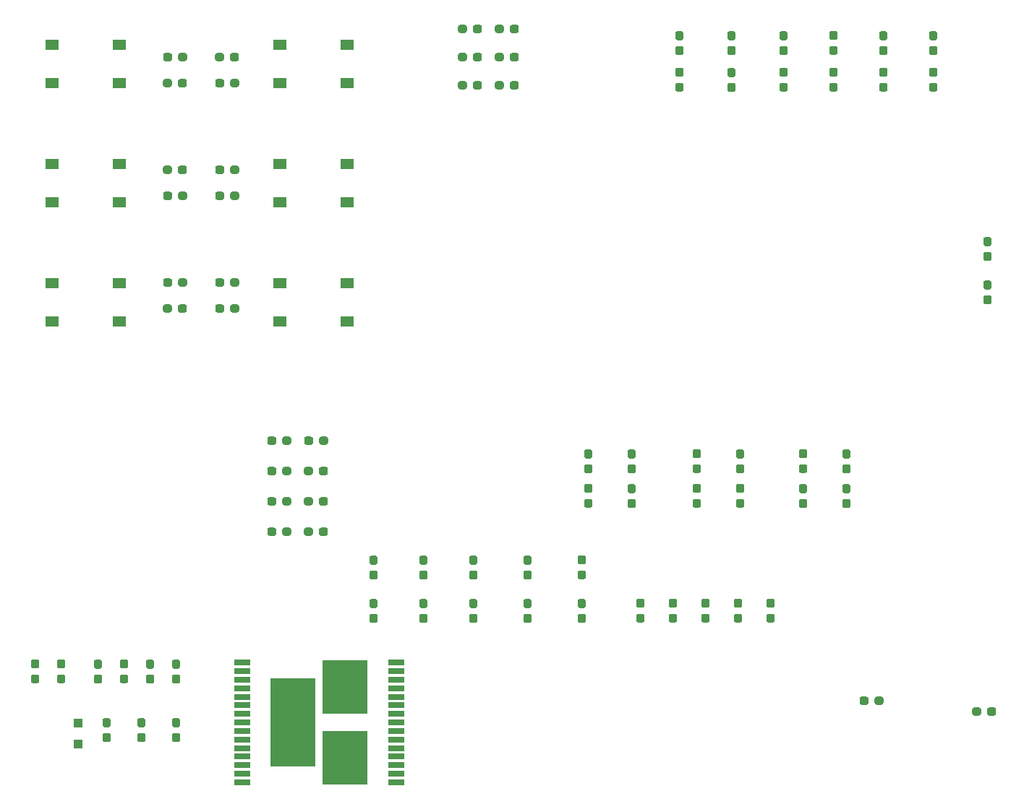
<source format=gbr>
%TF.GenerationSoftware,KiCad,Pcbnew,(5.1.6)-1*%
%TF.CreationDate,2020-11-24T13:28:34-06:00*%
%TF.ProjectId,Armboard,41726d62-6f61-4726-942e-6b696361645f,rev?*%
%TF.SameCoordinates,Original*%
%TF.FileFunction,Paste,Top*%
%TF.FilePolarity,Positive*%
%FSLAX46Y46*%
G04 Gerber Fmt 4.6, Leading zero omitted, Abs format (unit mm)*
G04 Created by KiCad (PCBNEW (5.1.6)-1) date 2020-11-24 13:28:34*
%MOMM*%
%LPD*%
G01*
G04 APERTURE LIST*
%ADD10R,1.550000X1.300000*%
%ADD11R,5.257800X6.223000*%
%ADD12R,5.257800X10.312400*%
%ADD13R,1.854200X0.635000*%
%ADD14R,1.000000X1.000000*%
G04 APERTURE END LIST*
%TO.C,C3*%
G36*
G01*
X179115000Y-124222500D02*
X179115000Y-124697500D01*
G75*
G02*
X178877500Y-124935000I-237500J0D01*
G01*
X178302500Y-124935000D01*
G75*
G02*
X178065000Y-124697500I0J237500D01*
G01*
X178065000Y-124222500D01*
G75*
G02*
X178302500Y-123985000I237500J0D01*
G01*
X178877500Y-123985000D01*
G75*
G02*
X179115000Y-124222500I0J-237500D01*
G01*
G37*
G36*
G01*
X180865000Y-124222500D02*
X180865000Y-124697500D01*
G75*
G02*
X180627500Y-124935000I-237500J0D01*
G01*
X180052500Y-124935000D01*
G75*
G02*
X179815000Y-124697500I0J237500D01*
G01*
X179815000Y-124222500D01*
G75*
G02*
X180052500Y-123985000I237500J0D01*
G01*
X180627500Y-123985000D01*
G75*
G02*
X180865000Y-124222500I0J-237500D01*
G01*
G37*
%TD*%
%TO.C,C2*%
G36*
G01*
X192995000Y-125967500D02*
X192995000Y-125492500D01*
G75*
G02*
X193232500Y-125255000I237500J0D01*
G01*
X193807500Y-125255000D01*
G75*
G02*
X194045000Y-125492500I0J-237500D01*
G01*
X194045000Y-125967500D01*
G75*
G02*
X193807500Y-126205000I-237500J0D01*
G01*
X193232500Y-126205000D01*
G75*
G02*
X192995000Y-125967500I0J237500D01*
G01*
G37*
G36*
G01*
X191245000Y-125967500D02*
X191245000Y-125492500D01*
G75*
G02*
X191482500Y-125255000I237500J0D01*
G01*
X192057500Y-125255000D01*
G75*
G02*
X192295000Y-125492500I0J-237500D01*
G01*
X192295000Y-125967500D01*
G75*
G02*
X192057500Y-126205000I-237500J0D01*
G01*
X191482500Y-126205000D01*
G75*
G02*
X191245000Y-125967500I0J237500D01*
G01*
G37*
%TD*%
D10*
%TO.C,SW6*%
X118110000Y-80010000D03*
X118110000Y-75510000D03*
X110160000Y-75510000D03*
X110160000Y-80010000D03*
%TD*%
%TO.C,SW5*%
X118110000Y-66040000D03*
X118110000Y-61540000D03*
X110160000Y-61540000D03*
X110160000Y-66040000D03*
%TD*%
%TO.C,SW4*%
X118110000Y-52070000D03*
X118110000Y-47570000D03*
X110160000Y-47570000D03*
X110160000Y-52070000D03*
%TD*%
%TO.C,SW3*%
X91440000Y-80010000D03*
X91440000Y-75510000D03*
X83490000Y-75510000D03*
X83490000Y-80010000D03*
%TD*%
%TO.C,SW2*%
X91440000Y-66040000D03*
X91440000Y-61540000D03*
X83490000Y-61540000D03*
X83490000Y-66040000D03*
%TD*%
%TO.C,SW1*%
X91440000Y-52070000D03*
X91440000Y-47570000D03*
X83490000Y-47570000D03*
X83490000Y-52070000D03*
%TD*%
%TO.C,R39*%
G36*
G01*
X151146500Y-96757000D02*
X151621500Y-96757000D01*
G75*
G02*
X151859000Y-96994500I0J-237500D01*
G01*
X151859000Y-97569500D01*
G75*
G02*
X151621500Y-97807000I-237500J0D01*
G01*
X151146500Y-97807000D01*
G75*
G02*
X150909000Y-97569500I0J237500D01*
G01*
X150909000Y-96994500D01*
G75*
G02*
X151146500Y-96757000I237500J0D01*
G01*
G37*
G36*
G01*
X151146500Y-95007000D02*
X151621500Y-95007000D01*
G75*
G02*
X151859000Y-95244500I0J-237500D01*
G01*
X151859000Y-95819500D01*
G75*
G02*
X151621500Y-96057000I-237500J0D01*
G01*
X151146500Y-96057000D01*
G75*
G02*
X150909000Y-95819500I0J237500D01*
G01*
X150909000Y-95244500D01*
G75*
G02*
X151146500Y-95007000I237500J0D01*
G01*
G37*
%TD*%
%TO.C,R38*%
G36*
G01*
X146541500Y-96057000D02*
X146066500Y-96057000D01*
G75*
G02*
X145829000Y-95819500I0J237500D01*
G01*
X145829000Y-95244500D01*
G75*
G02*
X146066500Y-95007000I237500J0D01*
G01*
X146541500Y-95007000D01*
G75*
G02*
X146779000Y-95244500I0J-237500D01*
G01*
X146779000Y-95819500D01*
G75*
G02*
X146541500Y-96057000I-237500J0D01*
G01*
G37*
G36*
G01*
X146541500Y-97807000D02*
X146066500Y-97807000D01*
G75*
G02*
X145829000Y-97569500I0J237500D01*
G01*
X145829000Y-96994500D01*
G75*
G02*
X146066500Y-96757000I237500J0D01*
G01*
X146541500Y-96757000D01*
G75*
G02*
X146779000Y-96994500I0J-237500D01*
G01*
X146779000Y-97569500D01*
G75*
G02*
X146541500Y-97807000I-237500J0D01*
G01*
G37*
%TD*%
%TO.C,R37*%
G36*
G01*
X163846500Y-96757000D02*
X164321500Y-96757000D01*
G75*
G02*
X164559000Y-96994500I0J-237500D01*
G01*
X164559000Y-97569500D01*
G75*
G02*
X164321500Y-97807000I-237500J0D01*
G01*
X163846500Y-97807000D01*
G75*
G02*
X163609000Y-97569500I0J237500D01*
G01*
X163609000Y-96994500D01*
G75*
G02*
X163846500Y-96757000I237500J0D01*
G01*
G37*
G36*
G01*
X163846500Y-95007000D02*
X164321500Y-95007000D01*
G75*
G02*
X164559000Y-95244500I0J-237500D01*
G01*
X164559000Y-95819500D01*
G75*
G02*
X164321500Y-96057000I-237500J0D01*
G01*
X163846500Y-96057000D01*
G75*
G02*
X163609000Y-95819500I0J237500D01*
G01*
X163609000Y-95244500D01*
G75*
G02*
X163846500Y-95007000I237500J0D01*
G01*
G37*
%TD*%
%TO.C,R36*%
G36*
G01*
X159241500Y-96029000D02*
X158766500Y-96029000D01*
G75*
G02*
X158529000Y-95791500I0J237500D01*
G01*
X158529000Y-95216500D01*
G75*
G02*
X158766500Y-94979000I237500J0D01*
G01*
X159241500Y-94979000D01*
G75*
G02*
X159479000Y-95216500I0J-237500D01*
G01*
X159479000Y-95791500D01*
G75*
G02*
X159241500Y-96029000I-237500J0D01*
G01*
G37*
G36*
G01*
X159241500Y-97779000D02*
X158766500Y-97779000D01*
G75*
G02*
X158529000Y-97541500I0J237500D01*
G01*
X158529000Y-96966500D01*
G75*
G02*
X158766500Y-96729000I237500J0D01*
G01*
X159241500Y-96729000D01*
G75*
G02*
X159479000Y-96966500I0J-237500D01*
G01*
X159479000Y-97541500D01*
G75*
G02*
X159241500Y-97779000I-237500J0D01*
G01*
G37*
%TD*%
%TO.C,R35*%
G36*
G01*
X176292500Y-96757000D02*
X176767500Y-96757000D01*
G75*
G02*
X177005000Y-96994500I0J-237500D01*
G01*
X177005000Y-97569500D01*
G75*
G02*
X176767500Y-97807000I-237500J0D01*
G01*
X176292500Y-97807000D01*
G75*
G02*
X176055000Y-97569500I0J237500D01*
G01*
X176055000Y-96994500D01*
G75*
G02*
X176292500Y-96757000I237500J0D01*
G01*
G37*
G36*
G01*
X176292500Y-95007000D02*
X176767500Y-95007000D01*
G75*
G02*
X177005000Y-95244500I0J-237500D01*
G01*
X177005000Y-95819500D01*
G75*
G02*
X176767500Y-96057000I-237500J0D01*
G01*
X176292500Y-96057000D01*
G75*
G02*
X176055000Y-95819500I0J237500D01*
G01*
X176055000Y-95244500D01*
G75*
G02*
X176292500Y-95007000I237500J0D01*
G01*
G37*
%TD*%
%TO.C,R34*%
G36*
G01*
X171687500Y-96029000D02*
X171212500Y-96029000D01*
G75*
G02*
X170975000Y-95791500I0J237500D01*
G01*
X170975000Y-95216500D01*
G75*
G02*
X171212500Y-94979000I237500J0D01*
G01*
X171687500Y-94979000D01*
G75*
G02*
X171925000Y-95216500I0J-237500D01*
G01*
X171925000Y-95791500D01*
G75*
G02*
X171687500Y-96029000I-237500J0D01*
G01*
G37*
G36*
G01*
X171687500Y-97779000D02*
X171212500Y-97779000D01*
G75*
G02*
X170975000Y-97541500I0J237500D01*
G01*
X170975000Y-96966500D01*
G75*
G02*
X171212500Y-96729000I237500J0D01*
G01*
X171687500Y-96729000D01*
G75*
G02*
X171925000Y-96966500I0J-237500D01*
G01*
X171925000Y-97541500D01*
G75*
G02*
X171687500Y-97779000I-237500J0D01*
G01*
G37*
%TD*%
%TO.C,R33*%
G36*
G01*
X110473000Y-104885500D02*
X110473000Y-104410500D01*
G75*
G02*
X110710500Y-104173000I237500J0D01*
G01*
X111285500Y-104173000D01*
G75*
G02*
X111523000Y-104410500I0J-237500D01*
G01*
X111523000Y-104885500D01*
G75*
G02*
X111285500Y-105123000I-237500J0D01*
G01*
X110710500Y-105123000D01*
G75*
G02*
X110473000Y-104885500I0J237500D01*
G01*
G37*
G36*
G01*
X108723000Y-104885500D02*
X108723000Y-104410500D01*
G75*
G02*
X108960500Y-104173000I237500J0D01*
G01*
X109535500Y-104173000D01*
G75*
G02*
X109773000Y-104410500I0J-237500D01*
G01*
X109773000Y-104885500D01*
G75*
G02*
X109535500Y-105123000I-237500J0D01*
G01*
X108960500Y-105123000D01*
G75*
G02*
X108723000Y-104885500I0J237500D01*
G01*
G37*
%TD*%
%TO.C,R32*%
G36*
G01*
X110473000Y-101329500D02*
X110473000Y-100854500D01*
G75*
G02*
X110710500Y-100617000I237500J0D01*
G01*
X111285500Y-100617000D01*
G75*
G02*
X111523000Y-100854500I0J-237500D01*
G01*
X111523000Y-101329500D01*
G75*
G02*
X111285500Y-101567000I-237500J0D01*
G01*
X110710500Y-101567000D01*
G75*
G02*
X110473000Y-101329500I0J237500D01*
G01*
G37*
G36*
G01*
X108723000Y-101329500D02*
X108723000Y-100854500D01*
G75*
G02*
X108960500Y-100617000I237500J0D01*
G01*
X109535500Y-100617000D01*
G75*
G02*
X109773000Y-100854500I0J-237500D01*
G01*
X109773000Y-101329500D01*
G75*
G02*
X109535500Y-101567000I-237500J0D01*
G01*
X108960500Y-101567000D01*
G75*
G02*
X108723000Y-101329500I0J237500D01*
G01*
G37*
%TD*%
%TO.C,R31*%
G36*
G01*
X110473000Y-97773500D02*
X110473000Y-97298500D01*
G75*
G02*
X110710500Y-97061000I237500J0D01*
G01*
X111285500Y-97061000D01*
G75*
G02*
X111523000Y-97298500I0J-237500D01*
G01*
X111523000Y-97773500D01*
G75*
G02*
X111285500Y-98011000I-237500J0D01*
G01*
X110710500Y-98011000D01*
G75*
G02*
X110473000Y-97773500I0J237500D01*
G01*
G37*
G36*
G01*
X108723000Y-97773500D02*
X108723000Y-97298500D01*
G75*
G02*
X108960500Y-97061000I237500J0D01*
G01*
X109535500Y-97061000D01*
G75*
G02*
X109773000Y-97298500I0J-237500D01*
G01*
X109773000Y-97773500D01*
G75*
G02*
X109535500Y-98011000I-237500J0D01*
G01*
X108960500Y-98011000D01*
G75*
G02*
X108723000Y-97773500I0J237500D01*
G01*
G37*
%TD*%
%TO.C,R30*%
G36*
G01*
X110473000Y-94217500D02*
X110473000Y-93742500D01*
G75*
G02*
X110710500Y-93505000I237500J0D01*
G01*
X111285500Y-93505000D01*
G75*
G02*
X111523000Y-93742500I0J-237500D01*
G01*
X111523000Y-94217500D01*
G75*
G02*
X111285500Y-94455000I-237500J0D01*
G01*
X110710500Y-94455000D01*
G75*
G02*
X110473000Y-94217500I0J237500D01*
G01*
G37*
G36*
G01*
X108723000Y-94217500D02*
X108723000Y-93742500D01*
G75*
G02*
X108960500Y-93505000I237500J0D01*
G01*
X109535500Y-93505000D01*
G75*
G02*
X109773000Y-93742500I0J-237500D01*
G01*
X109773000Y-94217500D01*
G75*
G02*
X109535500Y-94455000I-237500J0D01*
G01*
X108960500Y-94455000D01*
G75*
G02*
X108723000Y-94217500I0J237500D01*
G01*
G37*
%TD*%
%TO.C,R29*%
G36*
G01*
X104377000Y-78723500D02*
X104377000Y-78248500D01*
G75*
G02*
X104614500Y-78011000I237500J0D01*
G01*
X105189500Y-78011000D01*
G75*
G02*
X105427000Y-78248500I0J-237500D01*
G01*
X105427000Y-78723500D01*
G75*
G02*
X105189500Y-78961000I-237500J0D01*
G01*
X104614500Y-78961000D01*
G75*
G02*
X104377000Y-78723500I0J237500D01*
G01*
G37*
G36*
G01*
X102627000Y-78723500D02*
X102627000Y-78248500D01*
G75*
G02*
X102864500Y-78011000I237500J0D01*
G01*
X103439500Y-78011000D01*
G75*
G02*
X103677000Y-78248500I0J-237500D01*
G01*
X103677000Y-78723500D01*
G75*
G02*
X103439500Y-78961000I-237500J0D01*
G01*
X102864500Y-78961000D01*
G75*
G02*
X102627000Y-78723500I0J237500D01*
G01*
G37*
%TD*%
%TO.C,R28*%
G36*
G01*
X104377000Y-65515500D02*
X104377000Y-65040500D01*
G75*
G02*
X104614500Y-64803000I237500J0D01*
G01*
X105189500Y-64803000D01*
G75*
G02*
X105427000Y-65040500I0J-237500D01*
G01*
X105427000Y-65515500D01*
G75*
G02*
X105189500Y-65753000I-237500J0D01*
G01*
X104614500Y-65753000D01*
G75*
G02*
X104377000Y-65515500I0J237500D01*
G01*
G37*
G36*
G01*
X102627000Y-65515500D02*
X102627000Y-65040500D01*
G75*
G02*
X102864500Y-64803000I237500J0D01*
G01*
X103439500Y-64803000D01*
G75*
G02*
X103677000Y-65040500I0J-237500D01*
G01*
X103677000Y-65515500D01*
G75*
G02*
X103439500Y-65753000I-237500J0D01*
G01*
X102864500Y-65753000D01*
G75*
G02*
X102627000Y-65515500I0J237500D01*
G01*
G37*
%TD*%
%TO.C,R27*%
G36*
G01*
X104377000Y-52307500D02*
X104377000Y-51832500D01*
G75*
G02*
X104614500Y-51595000I237500J0D01*
G01*
X105189500Y-51595000D01*
G75*
G02*
X105427000Y-51832500I0J-237500D01*
G01*
X105427000Y-52307500D01*
G75*
G02*
X105189500Y-52545000I-237500J0D01*
G01*
X104614500Y-52545000D01*
G75*
G02*
X104377000Y-52307500I0J237500D01*
G01*
G37*
G36*
G01*
X102627000Y-52307500D02*
X102627000Y-51832500D01*
G75*
G02*
X102864500Y-51595000I237500J0D01*
G01*
X103439500Y-51595000D01*
G75*
G02*
X103677000Y-51832500I0J-237500D01*
G01*
X103677000Y-52307500D01*
G75*
G02*
X103439500Y-52545000I-237500J0D01*
G01*
X102864500Y-52545000D01*
G75*
G02*
X102627000Y-52307500I0J237500D01*
G01*
G37*
%TD*%
%TO.C,R26*%
G36*
G01*
X97553000Y-78248500D02*
X97553000Y-78723500D01*
G75*
G02*
X97315500Y-78961000I-237500J0D01*
G01*
X96740500Y-78961000D01*
G75*
G02*
X96503000Y-78723500I0J237500D01*
G01*
X96503000Y-78248500D01*
G75*
G02*
X96740500Y-78011000I237500J0D01*
G01*
X97315500Y-78011000D01*
G75*
G02*
X97553000Y-78248500I0J-237500D01*
G01*
G37*
G36*
G01*
X99303000Y-78248500D02*
X99303000Y-78723500D01*
G75*
G02*
X99065500Y-78961000I-237500J0D01*
G01*
X98490500Y-78961000D01*
G75*
G02*
X98253000Y-78723500I0J237500D01*
G01*
X98253000Y-78248500D01*
G75*
G02*
X98490500Y-78011000I237500J0D01*
G01*
X99065500Y-78011000D01*
G75*
G02*
X99303000Y-78248500I0J-237500D01*
G01*
G37*
%TD*%
%TO.C,R25*%
G36*
G01*
X97581000Y-65040500D02*
X97581000Y-65515500D01*
G75*
G02*
X97343500Y-65753000I-237500J0D01*
G01*
X96768500Y-65753000D01*
G75*
G02*
X96531000Y-65515500I0J237500D01*
G01*
X96531000Y-65040500D01*
G75*
G02*
X96768500Y-64803000I237500J0D01*
G01*
X97343500Y-64803000D01*
G75*
G02*
X97581000Y-65040500I0J-237500D01*
G01*
G37*
G36*
G01*
X99331000Y-65040500D02*
X99331000Y-65515500D01*
G75*
G02*
X99093500Y-65753000I-237500J0D01*
G01*
X98518500Y-65753000D01*
G75*
G02*
X98281000Y-65515500I0J237500D01*
G01*
X98281000Y-65040500D01*
G75*
G02*
X98518500Y-64803000I237500J0D01*
G01*
X99093500Y-64803000D01*
G75*
G02*
X99331000Y-65040500I0J-237500D01*
G01*
G37*
%TD*%
%TO.C,R24*%
G36*
G01*
X97553000Y-51832500D02*
X97553000Y-52307500D01*
G75*
G02*
X97315500Y-52545000I-237500J0D01*
G01*
X96740500Y-52545000D01*
G75*
G02*
X96503000Y-52307500I0J237500D01*
G01*
X96503000Y-51832500D01*
G75*
G02*
X96740500Y-51595000I237500J0D01*
G01*
X97315500Y-51595000D01*
G75*
G02*
X97553000Y-51832500I0J-237500D01*
G01*
G37*
G36*
G01*
X99303000Y-51832500D02*
X99303000Y-52307500D01*
G75*
G02*
X99065500Y-52545000I-237500J0D01*
G01*
X98490500Y-52545000D01*
G75*
G02*
X98253000Y-52307500I0J237500D01*
G01*
X98253000Y-51832500D01*
G75*
G02*
X98490500Y-51595000I237500J0D01*
G01*
X99065500Y-51595000D01*
G75*
G02*
X99303000Y-51832500I0J-237500D01*
G01*
G37*
%TD*%
%TO.C,R23*%
G36*
G01*
X132097000Y-52086500D02*
X132097000Y-52561500D01*
G75*
G02*
X131859500Y-52799000I-237500J0D01*
G01*
X131284500Y-52799000D01*
G75*
G02*
X131047000Y-52561500I0J237500D01*
G01*
X131047000Y-52086500D01*
G75*
G02*
X131284500Y-51849000I237500J0D01*
G01*
X131859500Y-51849000D01*
G75*
G02*
X132097000Y-52086500I0J-237500D01*
G01*
G37*
G36*
G01*
X133847000Y-52086500D02*
X133847000Y-52561500D01*
G75*
G02*
X133609500Y-52799000I-237500J0D01*
G01*
X133034500Y-52799000D01*
G75*
G02*
X132797000Y-52561500I0J237500D01*
G01*
X132797000Y-52086500D01*
G75*
G02*
X133034500Y-51849000I237500J0D01*
G01*
X133609500Y-51849000D01*
G75*
G02*
X133847000Y-52086500I0J-237500D01*
G01*
G37*
%TD*%
%TO.C,R22*%
G36*
G01*
X132097000Y-48784500D02*
X132097000Y-49259500D01*
G75*
G02*
X131859500Y-49497000I-237500J0D01*
G01*
X131284500Y-49497000D01*
G75*
G02*
X131047000Y-49259500I0J237500D01*
G01*
X131047000Y-48784500D01*
G75*
G02*
X131284500Y-48547000I237500J0D01*
G01*
X131859500Y-48547000D01*
G75*
G02*
X132097000Y-48784500I0J-237500D01*
G01*
G37*
G36*
G01*
X133847000Y-48784500D02*
X133847000Y-49259500D01*
G75*
G02*
X133609500Y-49497000I-237500J0D01*
G01*
X133034500Y-49497000D01*
G75*
G02*
X132797000Y-49259500I0J237500D01*
G01*
X132797000Y-48784500D01*
G75*
G02*
X133034500Y-48547000I237500J0D01*
G01*
X133609500Y-48547000D01*
G75*
G02*
X133847000Y-48784500I0J-237500D01*
G01*
G37*
%TD*%
%TO.C,R21*%
G36*
G01*
X132097000Y-45482500D02*
X132097000Y-45957500D01*
G75*
G02*
X131859500Y-46195000I-237500J0D01*
G01*
X131284500Y-46195000D01*
G75*
G02*
X131047000Y-45957500I0J237500D01*
G01*
X131047000Y-45482500D01*
G75*
G02*
X131284500Y-45245000I237500J0D01*
G01*
X131859500Y-45245000D01*
G75*
G02*
X132097000Y-45482500I0J-237500D01*
G01*
G37*
G36*
G01*
X133847000Y-45482500D02*
X133847000Y-45957500D01*
G75*
G02*
X133609500Y-46195000I-237500J0D01*
G01*
X133034500Y-46195000D01*
G75*
G02*
X132797000Y-45957500I0J237500D01*
G01*
X132797000Y-45482500D01*
G75*
G02*
X133034500Y-45245000I237500J0D01*
G01*
X133609500Y-45245000D01*
G75*
G02*
X133847000Y-45482500I0J-237500D01*
G01*
G37*
%TD*%
%TO.C,R20*%
G36*
G01*
X186927500Y-51325000D02*
X186452500Y-51325000D01*
G75*
G02*
X186215000Y-51087500I0J237500D01*
G01*
X186215000Y-50512500D01*
G75*
G02*
X186452500Y-50275000I237500J0D01*
G01*
X186927500Y-50275000D01*
G75*
G02*
X187165000Y-50512500I0J-237500D01*
G01*
X187165000Y-51087500D01*
G75*
G02*
X186927500Y-51325000I-237500J0D01*
G01*
G37*
G36*
G01*
X186927500Y-53075000D02*
X186452500Y-53075000D01*
G75*
G02*
X186215000Y-52837500I0J237500D01*
G01*
X186215000Y-52262500D01*
G75*
G02*
X186452500Y-52025000I237500J0D01*
G01*
X186927500Y-52025000D01*
G75*
G02*
X187165000Y-52262500I0J-237500D01*
G01*
X187165000Y-52837500D01*
G75*
G02*
X186927500Y-53075000I-237500J0D01*
G01*
G37*
%TD*%
%TO.C,R19*%
G36*
G01*
X181085500Y-51325000D02*
X180610500Y-51325000D01*
G75*
G02*
X180373000Y-51087500I0J237500D01*
G01*
X180373000Y-50512500D01*
G75*
G02*
X180610500Y-50275000I237500J0D01*
G01*
X181085500Y-50275000D01*
G75*
G02*
X181323000Y-50512500I0J-237500D01*
G01*
X181323000Y-51087500D01*
G75*
G02*
X181085500Y-51325000I-237500J0D01*
G01*
G37*
G36*
G01*
X181085500Y-53075000D02*
X180610500Y-53075000D01*
G75*
G02*
X180373000Y-52837500I0J237500D01*
G01*
X180373000Y-52262500D01*
G75*
G02*
X180610500Y-52025000I237500J0D01*
G01*
X181085500Y-52025000D01*
G75*
G02*
X181323000Y-52262500I0J-237500D01*
G01*
X181323000Y-52837500D01*
G75*
G02*
X181085500Y-53075000I-237500J0D01*
G01*
G37*
%TD*%
%TO.C,R18*%
G36*
G01*
X175243500Y-51325000D02*
X174768500Y-51325000D01*
G75*
G02*
X174531000Y-51087500I0J237500D01*
G01*
X174531000Y-50512500D01*
G75*
G02*
X174768500Y-50275000I237500J0D01*
G01*
X175243500Y-50275000D01*
G75*
G02*
X175481000Y-50512500I0J-237500D01*
G01*
X175481000Y-51087500D01*
G75*
G02*
X175243500Y-51325000I-237500J0D01*
G01*
G37*
G36*
G01*
X175243500Y-53075000D02*
X174768500Y-53075000D01*
G75*
G02*
X174531000Y-52837500I0J237500D01*
G01*
X174531000Y-52262500D01*
G75*
G02*
X174768500Y-52025000I237500J0D01*
G01*
X175243500Y-52025000D01*
G75*
G02*
X175481000Y-52262500I0J-237500D01*
G01*
X175481000Y-52837500D01*
G75*
G02*
X175243500Y-53075000I-237500J0D01*
G01*
G37*
%TD*%
%TO.C,R17*%
G36*
G01*
X169401500Y-51325000D02*
X168926500Y-51325000D01*
G75*
G02*
X168689000Y-51087500I0J237500D01*
G01*
X168689000Y-50512500D01*
G75*
G02*
X168926500Y-50275000I237500J0D01*
G01*
X169401500Y-50275000D01*
G75*
G02*
X169639000Y-50512500I0J-237500D01*
G01*
X169639000Y-51087500D01*
G75*
G02*
X169401500Y-51325000I-237500J0D01*
G01*
G37*
G36*
G01*
X169401500Y-53075000D02*
X168926500Y-53075000D01*
G75*
G02*
X168689000Y-52837500I0J237500D01*
G01*
X168689000Y-52262500D01*
G75*
G02*
X168926500Y-52025000I237500J0D01*
G01*
X169401500Y-52025000D01*
G75*
G02*
X169639000Y-52262500I0J-237500D01*
G01*
X169639000Y-52837500D01*
G75*
G02*
X169401500Y-53075000I-237500J0D01*
G01*
G37*
%TD*%
%TO.C,R16*%
G36*
G01*
X163305500Y-51353000D02*
X162830500Y-51353000D01*
G75*
G02*
X162593000Y-51115500I0J237500D01*
G01*
X162593000Y-50540500D01*
G75*
G02*
X162830500Y-50303000I237500J0D01*
G01*
X163305500Y-50303000D01*
G75*
G02*
X163543000Y-50540500I0J-237500D01*
G01*
X163543000Y-51115500D01*
G75*
G02*
X163305500Y-51353000I-237500J0D01*
G01*
G37*
G36*
G01*
X163305500Y-53103000D02*
X162830500Y-53103000D01*
G75*
G02*
X162593000Y-52865500I0J237500D01*
G01*
X162593000Y-52290500D01*
G75*
G02*
X162830500Y-52053000I237500J0D01*
G01*
X163305500Y-52053000D01*
G75*
G02*
X163543000Y-52290500I0J-237500D01*
G01*
X163543000Y-52865500D01*
G75*
G02*
X163305500Y-53103000I-237500J0D01*
G01*
G37*
%TD*%
%TO.C,R15*%
G36*
G01*
X157209500Y-51325000D02*
X156734500Y-51325000D01*
G75*
G02*
X156497000Y-51087500I0J237500D01*
G01*
X156497000Y-50512500D01*
G75*
G02*
X156734500Y-50275000I237500J0D01*
G01*
X157209500Y-50275000D01*
G75*
G02*
X157447000Y-50512500I0J-237500D01*
G01*
X157447000Y-51087500D01*
G75*
G02*
X157209500Y-51325000I-237500J0D01*
G01*
G37*
G36*
G01*
X157209500Y-53075000D02*
X156734500Y-53075000D01*
G75*
G02*
X156497000Y-52837500I0J237500D01*
G01*
X156497000Y-52262500D01*
G75*
G02*
X156734500Y-52025000I237500J0D01*
G01*
X157209500Y-52025000D01*
G75*
G02*
X157447000Y-52262500I0J-237500D01*
G01*
X157447000Y-52837500D01*
G75*
G02*
X157209500Y-53075000I-237500J0D01*
G01*
G37*
%TD*%
%TO.C,R14*%
G36*
G01*
X127237500Y-113583000D02*
X126762500Y-113583000D01*
G75*
G02*
X126525000Y-113345500I0J237500D01*
G01*
X126525000Y-112770500D01*
G75*
G02*
X126762500Y-112533000I237500J0D01*
G01*
X127237500Y-112533000D01*
G75*
G02*
X127475000Y-112770500I0J-237500D01*
G01*
X127475000Y-113345500D01*
G75*
G02*
X127237500Y-113583000I-237500J0D01*
G01*
G37*
G36*
G01*
X127237500Y-115333000D02*
X126762500Y-115333000D01*
G75*
G02*
X126525000Y-115095500I0J237500D01*
G01*
X126525000Y-114520500D01*
G75*
G02*
X126762500Y-114283000I237500J0D01*
G01*
X127237500Y-114283000D01*
G75*
G02*
X127475000Y-114520500I0J-237500D01*
G01*
X127475000Y-115095500D01*
G75*
G02*
X127237500Y-115333000I-237500J0D01*
G01*
G37*
%TD*%
%TO.C,R13*%
G36*
G01*
X145779500Y-113583000D02*
X145304500Y-113583000D01*
G75*
G02*
X145067000Y-113345500I0J237500D01*
G01*
X145067000Y-112770500D01*
G75*
G02*
X145304500Y-112533000I237500J0D01*
G01*
X145779500Y-112533000D01*
G75*
G02*
X146017000Y-112770500I0J-237500D01*
G01*
X146017000Y-113345500D01*
G75*
G02*
X145779500Y-113583000I-237500J0D01*
G01*
G37*
G36*
G01*
X145779500Y-115333000D02*
X145304500Y-115333000D01*
G75*
G02*
X145067000Y-115095500I0J237500D01*
G01*
X145067000Y-114520500D01*
G75*
G02*
X145304500Y-114283000I237500J0D01*
G01*
X145779500Y-114283000D01*
G75*
G02*
X146017000Y-114520500I0J-237500D01*
G01*
X146017000Y-115095500D01*
G75*
G02*
X145779500Y-115333000I-237500J0D01*
G01*
G37*
%TD*%
%TO.C,R12*%
G36*
G01*
X139429500Y-113583000D02*
X138954500Y-113583000D01*
G75*
G02*
X138717000Y-113345500I0J237500D01*
G01*
X138717000Y-112770500D01*
G75*
G02*
X138954500Y-112533000I237500J0D01*
G01*
X139429500Y-112533000D01*
G75*
G02*
X139667000Y-112770500I0J-237500D01*
G01*
X139667000Y-113345500D01*
G75*
G02*
X139429500Y-113583000I-237500J0D01*
G01*
G37*
G36*
G01*
X139429500Y-115333000D02*
X138954500Y-115333000D01*
G75*
G02*
X138717000Y-115095500I0J237500D01*
G01*
X138717000Y-114520500D01*
G75*
G02*
X138954500Y-114283000I237500J0D01*
G01*
X139429500Y-114283000D01*
G75*
G02*
X139667000Y-114520500I0J-237500D01*
G01*
X139667000Y-115095500D01*
G75*
G02*
X139429500Y-115333000I-237500J0D01*
G01*
G37*
%TD*%
%TO.C,R11*%
G36*
G01*
X133079500Y-113583000D02*
X132604500Y-113583000D01*
G75*
G02*
X132367000Y-113345500I0J237500D01*
G01*
X132367000Y-112770500D01*
G75*
G02*
X132604500Y-112533000I237500J0D01*
G01*
X133079500Y-112533000D01*
G75*
G02*
X133317000Y-112770500I0J-237500D01*
G01*
X133317000Y-113345500D01*
G75*
G02*
X133079500Y-113583000I-237500J0D01*
G01*
G37*
G36*
G01*
X133079500Y-115333000D02*
X132604500Y-115333000D01*
G75*
G02*
X132367000Y-115095500I0J237500D01*
G01*
X132367000Y-114520500D01*
G75*
G02*
X132604500Y-114283000I237500J0D01*
G01*
X133079500Y-114283000D01*
G75*
G02*
X133317000Y-114520500I0J-237500D01*
G01*
X133317000Y-115095500D01*
G75*
G02*
X133079500Y-115333000I-237500J0D01*
G01*
G37*
%TD*%
%TO.C,R10*%
G36*
G01*
X192802500Y-76945000D02*
X193277500Y-76945000D01*
G75*
G02*
X193515000Y-77182500I0J-237500D01*
G01*
X193515000Y-77757500D01*
G75*
G02*
X193277500Y-77995000I-237500J0D01*
G01*
X192802500Y-77995000D01*
G75*
G02*
X192565000Y-77757500I0J237500D01*
G01*
X192565000Y-77182500D01*
G75*
G02*
X192802500Y-76945000I237500J0D01*
G01*
G37*
G36*
G01*
X192802500Y-75195000D02*
X193277500Y-75195000D01*
G75*
G02*
X193515000Y-75432500I0J-237500D01*
G01*
X193515000Y-76007500D01*
G75*
G02*
X193277500Y-76245000I-237500J0D01*
G01*
X192802500Y-76245000D01*
G75*
G02*
X192565000Y-76007500I0J237500D01*
G01*
X192565000Y-75432500D01*
G75*
G02*
X192802500Y-75195000I237500J0D01*
G01*
G37*
%TD*%
%TO.C,R9*%
G36*
G01*
X121395500Y-113583000D02*
X120920500Y-113583000D01*
G75*
G02*
X120683000Y-113345500I0J237500D01*
G01*
X120683000Y-112770500D01*
G75*
G02*
X120920500Y-112533000I237500J0D01*
G01*
X121395500Y-112533000D01*
G75*
G02*
X121633000Y-112770500I0J-237500D01*
G01*
X121633000Y-113345500D01*
G75*
G02*
X121395500Y-113583000I-237500J0D01*
G01*
G37*
G36*
G01*
X121395500Y-115333000D02*
X120920500Y-115333000D01*
G75*
G02*
X120683000Y-115095500I0J237500D01*
G01*
X120683000Y-114520500D01*
G75*
G02*
X120920500Y-114283000I237500J0D01*
G01*
X121395500Y-114283000D01*
G75*
G02*
X121633000Y-114520500I0J-237500D01*
G01*
X121633000Y-115095500D01*
G75*
G02*
X121395500Y-115333000I-237500J0D01*
G01*
G37*
%TD*%
%TO.C,R8*%
G36*
G01*
X81296500Y-121367000D02*
X81771500Y-121367000D01*
G75*
G02*
X82009000Y-121604500I0J-237500D01*
G01*
X82009000Y-122179500D01*
G75*
G02*
X81771500Y-122417000I-237500J0D01*
G01*
X81296500Y-122417000D01*
G75*
G02*
X81059000Y-122179500I0J237500D01*
G01*
X81059000Y-121604500D01*
G75*
G02*
X81296500Y-121367000I237500J0D01*
G01*
G37*
G36*
G01*
X81296500Y-119617000D02*
X81771500Y-119617000D01*
G75*
G02*
X82009000Y-119854500I0J-237500D01*
G01*
X82009000Y-120429500D01*
G75*
G02*
X81771500Y-120667000I-237500J0D01*
G01*
X81296500Y-120667000D01*
G75*
G02*
X81059000Y-120429500I0J237500D01*
G01*
X81059000Y-119854500D01*
G75*
G02*
X81296500Y-119617000I237500J0D01*
G01*
G37*
%TD*%
%TO.C,R7*%
G36*
G01*
X84344500Y-121367000D02*
X84819500Y-121367000D01*
G75*
G02*
X85057000Y-121604500I0J-237500D01*
G01*
X85057000Y-122179500D01*
G75*
G02*
X84819500Y-122417000I-237500J0D01*
G01*
X84344500Y-122417000D01*
G75*
G02*
X84107000Y-122179500I0J237500D01*
G01*
X84107000Y-121604500D01*
G75*
G02*
X84344500Y-121367000I237500J0D01*
G01*
G37*
G36*
G01*
X84344500Y-119617000D02*
X84819500Y-119617000D01*
G75*
G02*
X85057000Y-119854500I0J-237500D01*
G01*
X85057000Y-120429500D01*
G75*
G02*
X84819500Y-120667000I-237500J0D01*
G01*
X84344500Y-120667000D01*
G75*
G02*
X84107000Y-120429500I0J237500D01*
G01*
X84107000Y-119854500D01*
G75*
G02*
X84344500Y-119617000I237500J0D01*
G01*
G37*
%TD*%
%TO.C,R6*%
G36*
G01*
X97806500Y-128253000D02*
X98281500Y-128253000D01*
G75*
G02*
X98519000Y-128490500I0J-237500D01*
G01*
X98519000Y-129065500D01*
G75*
G02*
X98281500Y-129303000I-237500J0D01*
G01*
X97806500Y-129303000D01*
G75*
G02*
X97569000Y-129065500I0J237500D01*
G01*
X97569000Y-128490500D01*
G75*
G02*
X97806500Y-128253000I237500J0D01*
G01*
G37*
G36*
G01*
X97806500Y-126503000D02*
X98281500Y-126503000D01*
G75*
G02*
X98519000Y-126740500I0J-237500D01*
G01*
X98519000Y-127315500D01*
G75*
G02*
X98281500Y-127553000I-237500J0D01*
G01*
X97806500Y-127553000D01*
G75*
G02*
X97569000Y-127315500I0J237500D01*
G01*
X97569000Y-126740500D01*
G75*
G02*
X97806500Y-126503000I237500J0D01*
G01*
G37*
%TD*%
%TO.C,R5*%
G36*
G01*
X94217500Y-127553000D02*
X93742500Y-127553000D01*
G75*
G02*
X93505000Y-127315500I0J237500D01*
G01*
X93505000Y-126740500D01*
G75*
G02*
X93742500Y-126503000I237500J0D01*
G01*
X94217500Y-126503000D01*
G75*
G02*
X94455000Y-126740500I0J-237500D01*
G01*
X94455000Y-127315500D01*
G75*
G02*
X94217500Y-127553000I-237500J0D01*
G01*
G37*
G36*
G01*
X94217500Y-129303000D02*
X93742500Y-129303000D01*
G75*
G02*
X93505000Y-129065500I0J237500D01*
G01*
X93505000Y-128490500D01*
G75*
G02*
X93742500Y-128253000I237500J0D01*
G01*
X94217500Y-128253000D01*
G75*
G02*
X94455000Y-128490500I0J-237500D01*
G01*
X94455000Y-129065500D01*
G75*
G02*
X94217500Y-129303000I-237500J0D01*
G01*
G37*
%TD*%
%TO.C,R4*%
G36*
G01*
X88662500Y-121395000D02*
X89137500Y-121395000D01*
G75*
G02*
X89375000Y-121632500I0J-237500D01*
G01*
X89375000Y-122207500D01*
G75*
G02*
X89137500Y-122445000I-237500J0D01*
G01*
X88662500Y-122445000D01*
G75*
G02*
X88425000Y-122207500I0J237500D01*
G01*
X88425000Y-121632500D01*
G75*
G02*
X88662500Y-121395000I237500J0D01*
G01*
G37*
G36*
G01*
X88662500Y-119645000D02*
X89137500Y-119645000D01*
G75*
G02*
X89375000Y-119882500I0J-237500D01*
G01*
X89375000Y-120457500D01*
G75*
G02*
X89137500Y-120695000I-237500J0D01*
G01*
X88662500Y-120695000D01*
G75*
G02*
X88425000Y-120457500I0J237500D01*
G01*
X88425000Y-119882500D01*
G75*
G02*
X88662500Y-119645000I237500J0D01*
G01*
G37*
%TD*%
%TO.C,R3*%
G36*
G01*
X91710500Y-121367000D02*
X92185500Y-121367000D01*
G75*
G02*
X92423000Y-121604500I0J-237500D01*
G01*
X92423000Y-122179500D01*
G75*
G02*
X92185500Y-122417000I-237500J0D01*
G01*
X91710500Y-122417000D01*
G75*
G02*
X91473000Y-122179500I0J237500D01*
G01*
X91473000Y-121604500D01*
G75*
G02*
X91710500Y-121367000I237500J0D01*
G01*
G37*
G36*
G01*
X91710500Y-119617000D02*
X92185500Y-119617000D01*
G75*
G02*
X92423000Y-119854500I0J-237500D01*
G01*
X92423000Y-120429500D01*
G75*
G02*
X92185500Y-120667000I-237500J0D01*
G01*
X91710500Y-120667000D01*
G75*
G02*
X91473000Y-120429500I0J237500D01*
G01*
X91473000Y-119854500D01*
G75*
G02*
X91710500Y-119617000I237500J0D01*
G01*
G37*
%TD*%
%TO.C,R2*%
G36*
G01*
X94758500Y-121395000D02*
X95233500Y-121395000D01*
G75*
G02*
X95471000Y-121632500I0J-237500D01*
G01*
X95471000Y-122207500D01*
G75*
G02*
X95233500Y-122445000I-237500J0D01*
G01*
X94758500Y-122445000D01*
G75*
G02*
X94521000Y-122207500I0J237500D01*
G01*
X94521000Y-121632500D01*
G75*
G02*
X94758500Y-121395000I237500J0D01*
G01*
G37*
G36*
G01*
X94758500Y-119645000D02*
X95233500Y-119645000D01*
G75*
G02*
X95471000Y-119882500I0J-237500D01*
G01*
X95471000Y-120457500D01*
G75*
G02*
X95233500Y-120695000I-237500J0D01*
G01*
X94758500Y-120695000D01*
G75*
G02*
X94521000Y-120457500I0J237500D01*
G01*
X94521000Y-119882500D01*
G75*
G02*
X94758500Y-119645000I237500J0D01*
G01*
G37*
%TD*%
%TO.C,R1*%
G36*
G01*
X97806500Y-121395000D02*
X98281500Y-121395000D01*
G75*
G02*
X98519000Y-121632500I0J-237500D01*
G01*
X98519000Y-122207500D01*
G75*
G02*
X98281500Y-122445000I-237500J0D01*
G01*
X97806500Y-122445000D01*
G75*
G02*
X97569000Y-122207500I0J237500D01*
G01*
X97569000Y-121632500D01*
G75*
G02*
X97806500Y-121395000I237500J0D01*
G01*
G37*
G36*
G01*
X97806500Y-119645000D02*
X98281500Y-119645000D01*
G75*
G02*
X98519000Y-119882500I0J-237500D01*
G01*
X98519000Y-120457500D01*
G75*
G02*
X98281500Y-120695000I-237500J0D01*
G01*
X97806500Y-120695000D01*
G75*
G02*
X97569000Y-120457500I0J237500D01*
G01*
X97569000Y-119882500D01*
G75*
G02*
X97806500Y-119645000I237500J0D01*
G01*
G37*
%TD*%
D11*
%TO.C,Gripper_Motor1*%
X117856000Y-131165600D03*
D12*
X111760000Y-127000000D03*
D11*
X117856000Y-122834400D03*
D13*
X123812300Y-119999999D03*
X123812300Y-120999999D03*
X123812300Y-122000000D03*
X123812300Y-123000000D03*
X123812300Y-124000001D03*
X123812300Y-124999999D03*
X123812300Y-125999999D03*
X123812300Y-127000000D03*
X123812300Y-128000001D03*
X123812300Y-129000001D03*
X123812300Y-129999999D03*
X123812300Y-131000000D03*
X123812300Y-132000000D03*
X123812300Y-133000001D03*
X123812300Y-133999999D03*
X105803700Y-134000001D03*
X105803700Y-133000001D03*
X105803700Y-132000000D03*
X105803700Y-131000000D03*
X105803700Y-129999999D03*
X105803700Y-129000001D03*
X105803700Y-128000001D03*
X105803700Y-127000000D03*
X105803700Y-125999999D03*
X105803700Y-124999999D03*
X105803700Y-124000001D03*
X105803700Y-123000000D03*
X105803700Y-122000000D03*
X105803700Y-120999999D03*
X105803700Y-120000001D03*
%TD*%
%TO.C,D33*%
G36*
G01*
X151621500Y-100121000D02*
X151146500Y-100121000D01*
G75*
G02*
X150909000Y-99883500I0J237500D01*
G01*
X150909000Y-99308500D01*
G75*
G02*
X151146500Y-99071000I237500J0D01*
G01*
X151621500Y-99071000D01*
G75*
G02*
X151859000Y-99308500I0J-237500D01*
G01*
X151859000Y-99883500D01*
G75*
G02*
X151621500Y-100121000I-237500J0D01*
G01*
G37*
G36*
G01*
X151621500Y-101871000D02*
X151146500Y-101871000D01*
G75*
G02*
X150909000Y-101633500I0J237500D01*
G01*
X150909000Y-101058500D01*
G75*
G02*
X151146500Y-100821000I237500J0D01*
G01*
X151621500Y-100821000D01*
G75*
G02*
X151859000Y-101058500I0J-237500D01*
G01*
X151859000Y-101633500D01*
G75*
G02*
X151621500Y-101871000I-237500J0D01*
G01*
G37*
%TD*%
%TO.C,D32*%
G36*
G01*
X146541500Y-100093000D02*
X146066500Y-100093000D01*
G75*
G02*
X145829000Y-99855500I0J237500D01*
G01*
X145829000Y-99280500D01*
G75*
G02*
X146066500Y-99043000I237500J0D01*
G01*
X146541500Y-99043000D01*
G75*
G02*
X146779000Y-99280500I0J-237500D01*
G01*
X146779000Y-99855500D01*
G75*
G02*
X146541500Y-100093000I-237500J0D01*
G01*
G37*
G36*
G01*
X146541500Y-101843000D02*
X146066500Y-101843000D01*
G75*
G02*
X145829000Y-101605500I0J237500D01*
G01*
X145829000Y-101030500D01*
G75*
G02*
X146066500Y-100793000I237500J0D01*
G01*
X146541500Y-100793000D01*
G75*
G02*
X146779000Y-101030500I0J-237500D01*
G01*
X146779000Y-101605500D01*
G75*
G02*
X146541500Y-101843000I-237500J0D01*
G01*
G37*
%TD*%
%TO.C,D31*%
G36*
G01*
X164321500Y-100093000D02*
X163846500Y-100093000D01*
G75*
G02*
X163609000Y-99855500I0J237500D01*
G01*
X163609000Y-99280500D01*
G75*
G02*
X163846500Y-99043000I237500J0D01*
G01*
X164321500Y-99043000D01*
G75*
G02*
X164559000Y-99280500I0J-237500D01*
G01*
X164559000Y-99855500D01*
G75*
G02*
X164321500Y-100093000I-237500J0D01*
G01*
G37*
G36*
G01*
X164321500Y-101843000D02*
X163846500Y-101843000D01*
G75*
G02*
X163609000Y-101605500I0J237500D01*
G01*
X163609000Y-101030500D01*
G75*
G02*
X163846500Y-100793000I237500J0D01*
G01*
X164321500Y-100793000D01*
G75*
G02*
X164559000Y-101030500I0J-237500D01*
G01*
X164559000Y-101605500D01*
G75*
G02*
X164321500Y-101843000I-237500J0D01*
G01*
G37*
%TD*%
%TO.C,D30*%
G36*
G01*
X159241500Y-100093000D02*
X158766500Y-100093000D01*
G75*
G02*
X158529000Y-99855500I0J237500D01*
G01*
X158529000Y-99280500D01*
G75*
G02*
X158766500Y-99043000I237500J0D01*
G01*
X159241500Y-99043000D01*
G75*
G02*
X159479000Y-99280500I0J-237500D01*
G01*
X159479000Y-99855500D01*
G75*
G02*
X159241500Y-100093000I-237500J0D01*
G01*
G37*
G36*
G01*
X159241500Y-101843000D02*
X158766500Y-101843000D01*
G75*
G02*
X158529000Y-101605500I0J237500D01*
G01*
X158529000Y-101030500D01*
G75*
G02*
X158766500Y-100793000I237500J0D01*
G01*
X159241500Y-100793000D01*
G75*
G02*
X159479000Y-101030500I0J-237500D01*
G01*
X159479000Y-101605500D01*
G75*
G02*
X159241500Y-101843000I-237500J0D01*
G01*
G37*
%TD*%
%TO.C,D29*%
G36*
G01*
X176767500Y-100121000D02*
X176292500Y-100121000D01*
G75*
G02*
X176055000Y-99883500I0J237500D01*
G01*
X176055000Y-99308500D01*
G75*
G02*
X176292500Y-99071000I237500J0D01*
G01*
X176767500Y-99071000D01*
G75*
G02*
X177005000Y-99308500I0J-237500D01*
G01*
X177005000Y-99883500D01*
G75*
G02*
X176767500Y-100121000I-237500J0D01*
G01*
G37*
G36*
G01*
X176767500Y-101871000D02*
X176292500Y-101871000D01*
G75*
G02*
X176055000Y-101633500I0J237500D01*
G01*
X176055000Y-101058500D01*
G75*
G02*
X176292500Y-100821000I237500J0D01*
G01*
X176767500Y-100821000D01*
G75*
G02*
X177005000Y-101058500I0J-237500D01*
G01*
X177005000Y-101633500D01*
G75*
G02*
X176767500Y-101871000I-237500J0D01*
G01*
G37*
%TD*%
%TO.C,D28*%
G36*
G01*
X171687500Y-100121000D02*
X171212500Y-100121000D01*
G75*
G02*
X170975000Y-99883500I0J237500D01*
G01*
X170975000Y-99308500D01*
G75*
G02*
X171212500Y-99071000I237500J0D01*
G01*
X171687500Y-99071000D01*
G75*
G02*
X171925000Y-99308500I0J-237500D01*
G01*
X171925000Y-99883500D01*
G75*
G02*
X171687500Y-100121000I-237500J0D01*
G01*
G37*
G36*
G01*
X171687500Y-101871000D02*
X171212500Y-101871000D01*
G75*
G02*
X170975000Y-101633500I0J237500D01*
G01*
X170975000Y-101058500D01*
G75*
G02*
X171212500Y-100821000I237500J0D01*
G01*
X171687500Y-100821000D01*
G75*
G02*
X171925000Y-101058500I0J-237500D01*
G01*
X171925000Y-101633500D01*
G75*
G02*
X171687500Y-101871000I-237500J0D01*
G01*
G37*
%TD*%
%TO.C,D27*%
G36*
G01*
X114063000Y-104410500D02*
X114063000Y-104885500D01*
G75*
G02*
X113825500Y-105123000I-237500J0D01*
G01*
X113250500Y-105123000D01*
G75*
G02*
X113013000Y-104885500I0J237500D01*
G01*
X113013000Y-104410500D01*
G75*
G02*
X113250500Y-104173000I237500J0D01*
G01*
X113825500Y-104173000D01*
G75*
G02*
X114063000Y-104410500I0J-237500D01*
G01*
G37*
G36*
G01*
X115813000Y-104410500D02*
X115813000Y-104885500D01*
G75*
G02*
X115575500Y-105123000I-237500J0D01*
G01*
X115000500Y-105123000D01*
G75*
G02*
X114763000Y-104885500I0J237500D01*
G01*
X114763000Y-104410500D01*
G75*
G02*
X115000500Y-104173000I237500J0D01*
G01*
X115575500Y-104173000D01*
G75*
G02*
X115813000Y-104410500I0J-237500D01*
G01*
G37*
%TD*%
%TO.C,D26*%
G36*
G01*
X114063000Y-100854500D02*
X114063000Y-101329500D01*
G75*
G02*
X113825500Y-101567000I-237500J0D01*
G01*
X113250500Y-101567000D01*
G75*
G02*
X113013000Y-101329500I0J237500D01*
G01*
X113013000Y-100854500D01*
G75*
G02*
X113250500Y-100617000I237500J0D01*
G01*
X113825500Y-100617000D01*
G75*
G02*
X114063000Y-100854500I0J-237500D01*
G01*
G37*
G36*
G01*
X115813000Y-100854500D02*
X115813000Y-101329500D01*
G75*
G02*
X115575500Y-101567000I-237500J0D01*
G01*
X115000500Y-101567000D01*
G75*
G02*
X114763000Y-101329500I0J237500D01*
G01*
X114763000Y-100854500D01*
G75*
G02*
X115000500Y-100617000I237500J0D01*
G01*
X115575500Y-100617000D01*
G75*
G02*
X115813000Y-100854500I0J-237500D01*
G01*
G37*
%TD*%
%TO.C,D25*%
G36*
G01*
X114063000Y-97298500D02*
X114063000Y-97773500D01*
G75*
G02*
X113825500Y-98011000I-237500J0D01*
G01*
X113250500Y-98011000D01*
G75*
G02*
X113013000Y-97773500I0J237500D01*
G01*
X113013000Y-97298500D01*
G75*
G02*
X113250500Y-97061000I237500J0D01*
G01*
X113825500Y-97061000D01*
G75*
G02*
X114063000Y-97298500I0J-237500D01*
G01*
G37*
G36*
G01*
X115813000Y-97298500D02*
X115813000Y-97773500D01*
G75*
G02*
X115575500Y-98011000I-237500J0D01*
G01*
X115000500Y-98011000D01*
G75*
G02*
X114763000Y-97773500I0J237500D01*
G01*
X114763000Y-97298500D01*
G75*
G02*
X115000500Y-97061000I237500J0D01*
G01*
X115575500Y-97061000D01*
G75*
G02*
X115813000Y-97298500I0J-237500D01*
G01*
G37*
%TD*%
%TO.C,D24*%
G36*
G01*
X114091000Y-93742500D02*
X114091000Y-94217500D01*
G75*
G02*
X113853500Y-94455000I-237500J0D01*
G01*
X113278500Y-94455000D01*
G75*
G02*
X113041000Y-94217500I0J237500D01*
G01*
X113041000Y-93742500D01*
G75*
G02*
X113278500Y-93505000I237500J0D01*
G01*
X113853500Y-93505000D01*
G75*
G02*
X114091000Y-93742500I0J-237500D01*
G01*
G37*
G36*
G01*
X115841000Y-93742500D02*
X115841000Y-94217500D01*
G75*
G02*
X115603500Y-94455000I-237500J0D01*
G01*
X115028500Y-94455000D01*
G75*
G02*
X114791000Y-94217500I0J237500D01*
G01*
X114791000Y-93742500D01*
G75*
G02*
X115028500Y-93505000I237500J0D01*
G01*
X115603500Y-93505000D01*
G75*
G02*
X115841000Y-93742500I0J-237500D01*
G01*
G37*
%TD*%
%TO.C,D23*%
G36*
G01*
X103677000Y-75200500D02*
X103677000Y-75675500D01*
G75*
G02*
X103439500Y-75913000I-237500J0D01*
G01*
X102864500Y-75913000D01*
G75*
G02*
X102627000Y-75675500I0J237500D01*
G01*
X102627000Y-75200500D01*
G75*
G02*
X102864500Y-74963000I237500J0D01*
G01*
X103439500Y-74963000D01*
G75*
G02*
X103677000Y-75200500I0J-237500D01*
G01*
G37*
G36*
G01*
X105427000Y-75200500D02*
X105427000Y-75675500D01*
G75*
G02*
X105189500Y-75913000I-237500J0D01*
G01*
X104614500Y-75913000D01*
G75*
G02*
X104377000Y-75675500I0J237500D01*
G01*
X104377000Y-75200500D01*
G75*
G02*
X104614500Y-74963000I237500J0D01*
G01*
X105189500Y-74963000D01*
G75*
G02*
X105427000Y-75200500I0J-237500D01*
G01*
G37*
%TD*%
%TO.C,D22*%
G36*
G01*
X103677000Y-61992500D02*
X103677000Y-62467500D01*
G75*
G02*
X103439500Y-62705000I-237500J0D01*
G01*
X102864500Y-62705000D01*
G75*
G02*
X102627000Y-62467500I0J237500D01*
G01*
X102627000Y-61992500D01*
G75*
G02*
X102864500Y-61755000I237500J0D01*
G01*
X103439500Y-61755000D01*
G75*
G02*
X103677000Y-61992500I0J-237500D01*
G01*
G37*
G36*
G01*
X105427000Y-61992500D02*
X105427000Y-62467500D01*
G75*
G02*
X105189500Y-62705000I-237500J0D01*
G01*
X104614500Y-62705000D01*
G75*
G02*
X104377000Y-62467500I0J237500D01*
G01*
X104377000Y-61992500D01*
G75*
G02*
X104614500Y-61755000I237500J0D01*
G01*
X105189500Y-61755000D01*
G75*
G02*
X105427000Y-61992500I0J-237500D01*
G01*
G37*
%TD*%
%TO.C,D21*%
G36*
G01*
X103649000Y-48784500D02*
X103649000Y-49259500D01*
G75*
G02*
X103411500Y-49497000I-237500J0D01*
G01*
X102836500Y-49497000D01*
G75*
G02*
X102599000Y-49259500I0J237500D01*
G01*
X102599000Y-48784500D01*
G75*
G02*
X102836500Y-48547000I237500J0D01*
G01*
X103411500Y-48547000D01*
G75*
G02*
X103649000Y-48784500I0J-237500D01*
G01*
G37*
G36*
G01*
X105399000Y-48784500D02*
X105399000Y-49259500D01*
G75*
G02*
X105161500Y-49497000I-237500J0D01*
G01*
X104586500Y-49497000D01*
G75*
G02*
X104349000Y-49259500I0J237500D01*
G01*
X104349000Y-48784500D01*
G75*
G02*
X104586500Y-48547000I237500J0D01*
G01*
X105161500Y-48547000D01*
G75*
G02*
X105399000Y-48784500I0J-237500D01*
G01*
G37*
%TD*%
%TO.C,D20*%
G36*
G01*
X97581000Y-75200500D02*
X97581000Y-75675500D01*
G75*
G02*
X97343500Y-75913000I-237500J0D01*
G01*
X96768500Y-75913000D01*
G75*
G02*
X96531000Y-75675500I0J237500D01*
G01*
X96531000Y-75200500D01*
G75*
G02*
X96768500Y-74963000I237500J0D01*
G01*
X97343500Y-74963000D01*
G75*
G02*
X97581000Y-75200500I0J-237500D01*
G01*
G37*
G36*
G01*
X99331000Y-75200500D02*
X99331000Y-75675500D01*
G75*
G02*
X99093500Y-75913000I-237500J0D01*
G01*
X98518500Y-75913000D01*
G75*
G02*
X98281000Y-75675500I0J237500D01*
G01*
X98281000Y-75200500D01*
G75*
G02*
X98518500Y-74963000I237500J0D01*
G01*
X99093500Y-74963000D01*
G75*
G02*
X99331000Y-75200500I0J-237500D01*
G01*
G37*
%TD*%
%TO.C,D19*%
G36*
G01*
X97553000Y-61992500D02*
X97553000Y-62467500D01*
G75*
G02*
X97315500Y-62705000I-237500J0D01*
G01*
X96740500Y-62705000D01*
G75*
G02*
X96503000Y-62467500I0J237500D01*
G01*
X96503000Y-61992500D01*
G75*
G02*
X96740500Y-61755000I237500J0D01*
G01*
X97315500Y-61755000D01*
G75*
G02*
X97553000Y-61992500I0J-237500D01*
G01*
G37*
G36*
G01*
X99303000Y-61992500D02*
X99303000Y-62467500D01*
G75*
G02*
X99065500Y-62705000I-237500J0D01*
G01*
X98490500Y-62705000D01*
G75*
G02*
X98253000Y-62467500I0J237500D01*
G01*
X98253000Y-61992500D01*
G75*
G02*
X98490500Y-61755000I237500J0D01*
G01*
X99065500Y-61755000D01*
G75*
G02*
X99303000Y-61992500I0J-237500D01*
G01*
G37*
%TD*%
%TO.C,D18*%
G36*
G01*
X97581000Y-48784500D02*
X97581000Y-49259500D01*
G75*
G02*
X97343500Y-49497000I-237500J0D01*
G01*
X96768500Y-49497000D01*
G75*
G02*
X96531000Y-49259500I0J237500D01*
G01*
X96531000Y-48784500D01*
G75*
G02*
X96768500Y-48547000I237500J0D01*
G01*
X97343500Y-48547000D01*
G75*
G02*
X97581000Y-48784500I0J-237500D01*
G01*
G37*
G36*
G01*
X99331000Y-48784500D02*
X99331000Y-49259500D01*
G75*
G02*
X99093500Y-49497000I-237500J0D01*
G01*
X98518500Y-49497000D01*
G75*
G02*
X98281000Y-49259500I0J237500D01*
G01*
X98281000Y-48784500D01*
G75*
G02*
X98518500Y-48547000I237500J0D01*
G01*
X99093500Y-48547000D01*
G75*
G02*
X99331000Y-48784500I0J-237500D01*
G01*
G37*
%TD*%
%TO.C,D17*%
G36*
G01*
X136415000Y-52086500D02*
X136415000Y-52561500D01*
G75*
G02*
X136177500Y-52799000I-237500J0D01*
G01*
X135602500Y-52799000D01*
G75*
G02*
X135365000Y-52561500I0J237500D01*
G01*
X135365000Y-52086500D01*
G75*
G02*
X135602500Y-51849000I237500J0D01*
G01*
X136177500Y-51849000D01*
G75*
G02*
X136415000Y-52086500I0J-237500D01*
G01*
G37*
G36*
G01*
X138165000Y-52086500D02*
X138165000Y-52561500D01*
G75*
G02*
X137927500Y-52799000I-237500J0D01*
G01*
X137352500Y-52799000D01*
G75*
G02*
X137115000Y-52561500I0J237500D01*
G01*
X137115000Y-52086500D01*
G75*
G02*
X137352500Y-51849000I237500J0D01*
G01*
X137927500Y-51849000D01*
G75*
G02*
X138165000Y-52086500I0J-237500D01*
G01*
G37*
%TD*%
%TO.C,D16*%
G36*
G01*
X136415000Y-48784500D02*
X136415000Y-49259500D01*
G75*
G02*
X136177500Y-49497000I-237500J0D01*
G01*
X135602500Y-49497000D01*
G75*
G02*
X135365000Y-49259500I0J237500D01*
G01*
X135365000Y-48784500D01*
G75*
G02*
X135602500Y-48547000I237500J0D01*
G01*
X136177500Y-48547000D01*
G75*
G02*
X136415000Y-48784500I0J-237500D01*
G01*
G37*
G36*
G01*
X138165000Y-48784500D02*
X138165000Y-49259500D01*
G75*
G02*
X137927500Y-49497000I-237500J0D01*
G01*
X137352500Y-49497000D01*
G75*
G02*
X137115000Y-49259500I0J237500D01*
G01*
X137115000Y-48784500D01*
G75*
G02*
X137352500Y-48547000I237500J0D01*
G01*
X137927500Y-48547000D01*
G75*
G02*
X138165000Y-48784500I0J-237500D01*
G01*
G37*
%TD*%
%TO.C,D15*%
G36*
G01*
X136415000Y-45482500D02*
X136415000Y-45957500D01*
G75*
G02*
X136177500Y-46195000I-237500J0D01*
G01*
X135602500Y-46195000D01*
G75*
G02*
X135365000Y-45957500I0J237500D01*
G01*
X135365000Y-45482500D01*
G75*
G02*
X135602500Y-45245000I237500J0D01*
G01*
X136177500Y-45245000D01*
G75*
G02*
X136415000Y-45482500I0J-237500D01*
G01*
G37*
G36*
G01*
X138165000Y-45482500D02*
X138165000Y-45957500D01*
G75*
G02*
X137927500Y-46195000I-237500J0D01*
G01*
X137352500Y-46195000D01*
G75*
G02*
X137115000Y-45957500I0J237500D01*
G01*
X137115000Y-45482500D01*
G75*
G02*
X137352500Y-45245000I237500J0D01*
G01*
X137927500Y-45245000D01*
G75*
G02*
X138165000Y-45482500I0J-237500D01*
G01*
G37*
%TD*%
%TO.C,D14*%
G36*
G01*
X186452500Y-47735000D02*
X186927500Y-47735000D01*
G75*
G02*
X187165000Y-47972500I0J-237500D01*
G01*
X187165000Y-48547500D01*
G75*
G02*
X186927500Y-48785000I-237500J0D01*
G01*
X186452500Y-48785000D01*
G75*
G02*
X186215000Y-48547500I0J237500D01*
G01*
X186215000Y-47972500D01*
G75*
G02*
X186452500Y-47735000I237500J0D01*
G01*
G37*
G36*
G01*
X186452500Y-45985000D02*
X186927500Y-45985000D01*
G75*
G02*
X187165000Y-46222500I0J-237500D01*
G01*
X187165000Y-46797500D01*
G75*
G02*
X186927500Y-47035000I-237500J0D01*
G01*
X186452500Y-47035000D01*
G75*
G02*
X186215000Y-46797500I0J237500D01*
G01*
X186215000Y-46222500D01*
G75*
G02*
X186452500Y-45985000I237500J0D01*
G01*
G37*
%TD*%
%TO.C,D13*%
G36*
G01*
X180610500Y-47735000D02*
X181085500Y-47735000D01*
G75*
G02*
X181323000Y-47972500I0J-237500D01*
G01*
X181323000Y-48547500D01*
G75*
G02*
X181085500Y-48785000I-237500J0D01*
G01*
X180610500Y-48785000D01*
G75*
G02*
X180373000Y-48547500I0J237500D01*
G01*
X180373000Y-47972500D01*
G75*
G02*
X180610500Y-47735000I237500J0D01*
G01*
G37*
G36*
G01*
X180610500Y-45985000D02*
X181085500Y-45985000D01*
G75*
G02*
X181323000Y-46222500I0J-237500D01*
G01*
X181323000Y-46797500D01*
G75*
G02*
X181085500Y-47035000I-237500J0D01*
G01*
X180610500Y-47035000D01*
G75*
G02*
X180373000Y-46797500I0J237500D01*
G01*
X180373000Y-46222500D01*
G75*
G02*
X180610500Y-45985000I237500J0D01*
G01*
G37*
%TD*%
%TO.C,D12*%
G36*
G01*
X174768500Y-47707000D02*
X175243500Y-47707000D01*
G75*
G02*
X175481000Y-47944500I0J-237500D01*
G01*
X175481000Y-48519500D01*
G75*
G02*
X175243500Y-48757000I-237500J0D01*
G01*
X174768500Y-48757000D01*
G75*
G02*
X174531000Y-48519500I0J237500D01*
G01*
X174531000Y-47944500D01*
G75*
G02*
X174768500Y-47707000I237500J0D01*
G01*
G37*
G36*
G01*
X174768500Y-45957000D02*
X175243500Y-45957000D01*
G75*
G02*
X175481000Y-46194500I0J-237500D01*
G01*
X175481000Y-46769500D01*
G75*
G02*
X175243500Y-47007000I-237500J0D01*
G01*
X174768500Y-47007000D01*
G75*
G02*
X174531000Y-46769500I0J237500D01*
G01*
X174531000Y-46194500D01*
G75*
G02*
X174768500Y-45957000I237500J0D01*
G01*
G37*
%TD*%
%TO.C,D11*%
G36*
G01*
X168926500Y-47735000D02*
X169401500Y-47735000D01*
G75*
G02*
X169639000Y-47972500I0J-237500D01*
G01*
X169639000Y-48547500D01*
G75*
G02*
X169401500Y-48785000I-237500J0D01*
G01*
X168926500Y-48785000D01*
G75*
G02*
X168689000Y-48547500I0J237500D01*
G01*
X168689000Y-47972500D01*
G75*
G02*
X168926500Y-47735000I237500J0D01*
G01*
G37*
G36*
G01*
X168926500Y-45985000D02*
X169401500Y-45985000D01*
G75*
G02*
X169639000Y-46222500I0J-237500D01*
G01*
X169639000Y-46797500D01*
G75*
G02*
X169401500Y-47035000I-237500J0D01*
G01*
X168926500Y-47035000D01*
G75*
G02*
X168689000Y-46797500I0J237500D01*
G01*
X168689000Y-46222500D01*
G75*
G02*
X168926500Y-45985000I237500J0D01*
G01*
G37*
%TD*%
%TO.C,D10*%
G36*
G01*
X162830500Y-47735000D02*
X163305500Y-47735000D01*
G75*
G02*
X163543000Y-47972500I0J-237500D01*
G01*
X163543000Y-48547500D01*
G75*
G02*
X163305500Y-48785000I-237500J0D01*
G01*
X162830500Y-48785000D01*
G75*
G02*
X162593000Y-48547500I0J237500D01*
G01*
X162593000Y-47972500D01*
G75*
G02*
X162830500Y-47735000I237500J0D01*
G01*
G37*
G36*
G01*
X162830500Y-45985000D02*
X163305500Y-45985000D01*
G75*
G02*
X163543000Y-46222500I0J-237500D01*
G01*
X163543000Y-46797500D01*
G75*
G02*
X163305500Y-47035000I-237500J0D01*
G01*
X162830500Y-47035000D01*
G75*
G02*
X162593000Y-46797500I0J237500D01*
G01*
X162593000Y-46222500D01*
G75*
G02*
X162830500Y-45985000I237500J0D01*
G01*
G37*
%TD*%
%TO.C,D9*%
G36*
G01*
X156734500Y-47735000D02*
X157209500Y-47735000D01*
G75*
G02*
X157447000Y-47972500I0J-237500D01*
G01*
X157447000Y-48547500D01*
G75*
G02*
X157209500Y-48785000I-237500J0D01*
G01*
X156734500Y-48785000D01*
G75*
G02*
X156497000Y-48547500I0J237500D01*
G01*
X156497000Y-47972500D01*
G75*
G02*
X156734500Y-47735000I237500J0D01*
G01*
G37*
G36*
G01*
X156734500Y-45985000D02*
X157209500Y-45985000D01*
G75*
G02*
X157447000Y-46222500I0J-237500D01*
G01*
X157447000Y-46797500D01*
G75*
G02*
X157209500Y-47035000I-237500J0D01*
G01*
X156734500Y-47035000D01*
G75*
G02*
X156497000Y-46797500I0J237500D01*
G01*
X156497000Y-46222500D01*
G75*
G02*
X156734500Y-45985000I237500J0D01*
G01*
G37*
%TD*%
%TO.C,D7*%
G36*
G01*
X126762500Y-109203000D02*
X127237500Y-109203000D01*
G75*
G02*
X127475000Y-109440500I0J-237500D01*
G01*
X127475000Y-110015500D01*
G75*
G02*
X127237500Y-110253000I-237500J0D01*
G01*
X126762500Y-110253000D01*
G75*
G02*
X126525000Y-110015500I0J237500D01*
G01*
X126525000Y-109440500D01*
G75*
G02*
X126762500Y-109203000I237500J0D01*
G01*
G37*
G36*
G01*
X126762500Y-107453000D02*
X127237500Y-107453000D01*
G75*
G02*
X127475000Y-107690500I0J-237500D01*
G01*
X127475000Y-108265500D01*
G75*
G02*
X127237500Y-108503000I-237500J0D01*
G01*
X126762500Y-108503000D01*
G75*
G02*
X126525000Y-108265500I0J237500D01*
G01*
X126525000Y-107690500D01*
G75*
G02*
X126762500Y-107453000I237500J0D01*
G01*
G37*
%TD*%
%TO.C,D6*%
G36*
G01*
X192802500Y-71865000D02*
X193277500Y-71865000D01*
G75*
G02*
X193515000Y-72102500I0J-237500D01*
G01*
X193515000Y-72677500D01*
G75*
G02*
X193277500Y-72915000I-237500J0D01*
G01*
X192802500Y-72915000D01*
G75*
G02*
X192565000Y-72677500I0J237500D01*
G01*
X192565000Y-72102500D01*
G75*
G02*
X192802500Y-71865000I237500J0D01*
G01*
G37*
G36*
G01*
X192802500Y-70115000D02*
X193277500Y-70115000D01*
G75*
G02*
X193515000Y-70352500I0J-237500D01*
G01*
X193515000Y-70927500D01*
G75*
G02*
X193277500Y-71165000I-237500J0D01*
G01*
X192802500Y-71165000D01*
G75*
G02*
X192565000Y-70927500I0J237500D01*
G01*
X192565000Y-70352500D01*
G75*
G02*
X192802500Y-70115000I237500J0D01*
G01*
G37*
%TD*%
%TO.C,D5*%
G36*
G01*
X145304500Y-109175000D02*
X145779500Y-109175000D01*
G75*
G02*
X146017000Y-109412500I0J-237500D01*
G01*
X146017000Y-109987500D01*
G75*
G02*
X145779500Y-110225000I-237500J0D01*
G01*
X145304500Y-110225000D01*
G75*
G02*
X145067000Y-109987500I0J237500D01*
G01*
X145067000Y-109412500D01*
G75*
G02*
X145304500Y-109175000I237500J0D01*
G01*
G37*
G36*
G01*
X145304500Y-107425000D02*
X145779500Y-107425000D01*
G75*
G02*
X146017000Y-107662500I0J-237500D01*
G01*
X146017000Y-108237500D01*
G75*
G02*
X145779500Y-108475000I-237500J0D01*
G01*
X145304500Y-108475000D01*
G75*
G02*
X145067000Y-108237500I0J237500D01*
G01*
X145067000Y-107662500D01*
G75*
G02*
X145304500Y-107425000I237500J0D01*
G01*
G37*
%TD*%
%TO.C,D4*%
G36*
G01*
X138954500Y-109203000D02*
X139429500Y-109203000D01*
G75*
G02*
X139667000Y-109440500I0J-237500D01*
G01*
X139667000Y-110015500D01*
G75*
G02*
X139429500Y-110253000I-237500J0D01*
G01*
X138954500Y-110253000D01*
G75*
G02*
X138717000Y-110015500I0J237500D01*
G01*
X138717000Y-109440500D01*
G75*
G02*
X138954500Y-109203000I237500J0D01*
G01*
G37*
G36*
G01*
X138954500Y-107453000D02*
X139429500Y-107453000D01*
G75*
G02*
X139667000Y-107690500I0J-237500D01*
G01*
X139667000Y-108265500D01*
G75*
G02*
X139429500Y-108503000I-237500J0D01*
G01*
X138954500Y-108503000D01*
G75*
G02*
X138717000Y-108265500I0J237500D01*
G01*
X138717000Y-107690500D01*
G75*
G02*
X138954500Y-107453000I237500J0D01*
G01*
G37*
%TD*%
%TO.C,D3*%
G36*
G01*
X132604500Y-109203000D02*
X133079500Y-109203000D01*
G75*
G02*
X133317000Y-109440500I0J-237500D01*
G01*
X133317000Y-110015500D01*
G75*
G02*
X133079500Y-110253000I-237500J0D01*
G01*
X132604500Y-110253000D01*
G75*
G02*
X132367000Y-110015500I0J237500D01*
G01*
X132367000Y-109440500D01*
G75*
G02*
X132604500Y-109203000I237500J0D01*
G01*
G37*
G36*
G01*
X132604500Y-107453000D02*
X133079500Y-107453000D01*
G75*
G02*
X133317000Y-107690500I0J-237500D01*
G01*
X133317000Y-108265500D01*
G75*
G02*
X133079500Y-108503000I-237500J0D01*
G01*
X132604500Y-108503000D01*
G75*
G02*
X132367000Y-108265500I0J237500D01*
G01*
X132367000Y-107690500D01*
G75*
G02*
X132604500Y-107453000I237500J0D01*
G01*
G37*
%TD*%
%TO.C,D2*%
G36*
G01*
X120920500Y-109203000D02*
X121395500Y-109203000D01*
G75*
G02*
X121633000Y-109440500I0J-237500D01*
G01*
X121633000Y-110015500D01*
G75*
G02*
X121395500Y-110253000I-237500J0D01*
G01*
X120920500Y-110253000D01*
G75*
G02*
X120683000Y-110015500I0J237500D01*
G01*
X120683000Y-109440500D01*
G75*
G02*
X120920500Y-109203000I237500J0D01*
G01*
G37*
G36*
G01*
X120920500Y-107453000D02*
X121395500Y-107453000D01*
G75*
G02*
X121633000Y-107690500I0J-237500D01*
G01*
X121633000Y-108265500D01*
G75*
G02*
X121395500Y-108503000I-237500J0D01*
G01*
X120920500Y-108503000D01*
G75*
G02*
X120683000Y-108265500I0J237500D01*
G01*
X120683000Y-107690500D01*
G75*
G02*
X120920500Y-107453000I237500J0D01*
G01*
G37*
%TD*%
D14*
%TO.C,D1*%
X86614000Y-129540000D03*
X86614000Y-127040000D03*
%TD*%
%TO.C,C1*%
G36*
G01*
X89678500Y-128253000D02*
X90153500Y-128253000D01*
G75*
G02*
X90391000Y-128490500I0J-237500D01*
G01*
X90391000Y-129065500D01*
G75*
G02*
X90153500Y-129303000I-237500J0D01*
G01*
X89678500Y-129303000D01*
G75*
G02*
X89441000Y-129065500I0J237500D01*
G01*
X89441000Y-128490500D01*
G75*
G02*
X89678500Y-128253000I237500J0D01*
G01*
G37*
G36*
G01*
X89678500Y-126503000D02*
X90153500Y-126503000D01*
G75*
G02*
X90391000Y-126740500I0J-237500D01*
G01*
X90391000Y-127315500D01*
G75*
G02*
X90153500Y-127553000I-237500J0D01*
G01*
X89678500Y-127553000D01*
G75*
G02*
X89441000Y-127315500I0J237500D01*
G01*
X89441000Y-126740500D01*
G75*
G02*
X89678500Y-126503000I237500J0D01*
G01*
G37*
%TD*%
%TO.C,10uF4*%
G36*
G01*
X167877500Y-113555000D02*
X167402500Y-113555000D01*
G75*
G02*
X167165000Y-113317500I0J237500D01*
G01*
X167165000Y-112742500D01*
G75*
G02*
X167402500Y-112505000I237500J0D01*
G01*
X167877500Y-112505000D01*
G75*
G02*
X168115000Y-112742500I0J-237500D01*
G01*
X168115000Y-113317500D01*
G75*
G02*
X167877500Y-113555000I-237500J0D01*
G01*
G37*
G36*
G01*
X167877500Y-115305000D02*
X167402500Y-115305000D01*
G75*
G02*
X167165000Y-115067500I0J237500D01*
G01*
X167165000Y-114492500D01*
G75*
G02*
X167402500Y-114255000I237500J0D01*
G01*
X167877500Y-114255000D01*
G75*
G02*
X168115000Y-114492500I0J-237500D01*
G01*
X168115000Y-115067500D01*
G75*
G02*
X167877500Y-115305000I-237500J0D01*
G01*
G37*
%TD*%
%TO.C,10uF3*%
G36*
G01*
X164067500Y-113555000D02*
X163592500Y-113555000D01*
G75*
G02*
X163355000Y-113317500I0J237500D01*
G01*
X163355000Y-112742500D01*
G75*
G02*
X163592500Y-112505000I237500J0D01*
G01*
X164067500Y-112505000D01*
G75*
G02*
X164305000Y-112742500I0J-237500D01*
G01*
X164305000Y-113317500D01*
G75*
G02*
X164067500Y-113555000I-237500J0D01*
G01*
G37*
G36*
G01*
X164067500Y-115305000D02*
X163592500Y-115305000D01*
G75*
G02*
X163355000Y-115067500I0J237500D01*
G01*
X163355000Y-114492500D01*
G75*
G02*
X163592500Y-114255000I237500J0D01*
G01*
X164067500Y-114255000D01*
G75*
G02*
X164305000Y-114492500I0J-237500D01*
G01*
X164305000Y-115067500D01*
G75*
G02*
X164067500Y-115305000I-237500J0D01*
G01*
G37*
%TD*%
%TO.C,10uF2*%
G36*
G01*
X160257500Y-113555000D02*
X159782500Y-113555000D01*
G75*
G02*
X159545000Y-113317500I0J237500D01*
G01*
X159545000Y-112742500D01*
G75*
G02*
X159782500Y-112505000I237500J0D01*
G01*
X160257500Y-112505000D01*
G75*
G02*
X160495000Y-112742500I0J-237500D01*
G01*
X160495000Y-113317500D01*
G75*
G02*
X160257500Y-113555000I-237500J0D01*
G01*
G37*
G36*
G01*
X160257500Y-115305000D02*
X159782500Y-115305000D01*
G75*
G02*
X159545000Y-115067500I0J237500D01*
G01*
X159545000Y-114492500D01*
G75*
G02*
X159782500Y-114255000I237500J0D01*
G01*
X160257500Y-114255000D01*
G75*
G02*
X160495000Y-114492500I0J-237500D01*
G01*
X160495000Y-115067500D01*
G75*
G02*
X160257500Y-115305000I-237500J0D01*
G01*
G37*
%TD*%
%TO.C,10uF1*%
G36*
G01*
X156447500Y-113555000D02*
X155972500Y-113555000D01*
G75*
G02*
X155735000Y-113317500I0J237500D01*
G01*
X155735000Y-112742500D01*
G75*
G02*
X155972500Y-112505000I237500J0D01*
G01*
X156447500Y-112505000D01*
G75*
G02*
X156685000Y-112742500I0J-237500D01*
G01*
X156685000Y-113317500D01*
G75*
G02*
X156447500Y-113555000I-237500J0D01*
G01*
G37*
G36*
G01*
X156447500Y-115305000D02*
X155972500Y-115305000D01*
G75*
G02*
X155735000Y-115067500I0J237500D01*
G01*
X155735000Y-114492500D01*
G75*
G02*
X155972500Y-114255000I237500J0D01*
G01*
X156447500Y-114255000D01*
G75*
G02*
X156685000Y-114492500I0J-237500D01*
G01*
X156685000Y-115067500D01*
G75*
G02*
X156447500Y-115305000I-237500J0D01*
G01*
G37*
%TD*%
%TO.C,.1uF1*%
G36*
G01*
X152637500Y-113555000D02*
X152162500Y-113555000D01*
G75*
G02*
X151925000Y-113317500I0J237500D01*
G01*
X151925000Y-112742500D01*
G75*
G02*
X152162500Y-112505000I237500J0D01*
G01*
X152637500Y-112505000D01*
G75*
G02*
X152875000Y-112742500I0J-237500D01*
G01*
X152875000Y-113317500D01*
G75*
G02*
X152637500Y-113555000I-237500J0D01*
G01*
G37*
G36*
G01*
X152637500Y-115305000D02*
X152162500Y-115305000D01*
G75*
G02*
X151925000Y-115067500I0J237500D01*
G01*
X151925000Y-114492500D01*
G75*
G02*
X152162500Y-114255000I237500J0D01*
G01*
X152637500Y-114255000D01*
G75*
G02*
X152875000Y-114492500I0J-237500D01*
G01*
X152875000Y-115067500D01*
G75*
G02*
X152637500Y-115305000I-237500J0D01*
G01*
G37*
%TD*%
M02*

</source>
